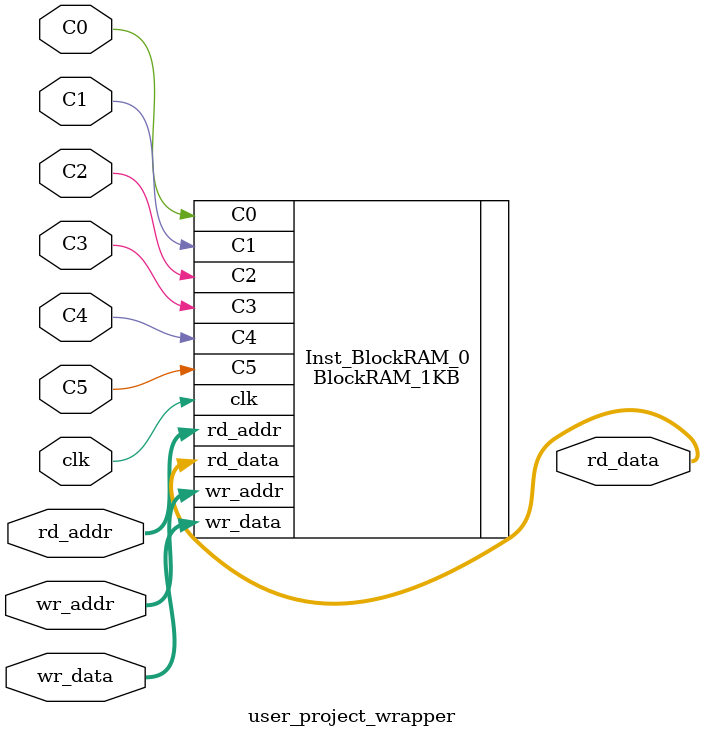
<source format=v>
`timescale 1ns/1ps

`default_nettype none
/*
 *-------------------------------------------------------------
 *
 * user_project_wrapper
 *
 * This wrapper enumerates all of the pins available to the
 * user for the user project.
 *
 * An example user project is provided in this wrapper.  The
 * example should be removed and replaced with the actual
 * user project.
 *
 *-------------------------------------------------------------
 */

module user_project_wrapper #(
    parameter BITS = 32
) (
`ifdef USE_POWER_PINS
    inout vccd1,	// User area 1 1.8V supply
 
    inout vssd1,	// User area 1 digital ground
  
`endif

  input clk,
    input [7:0] rd_addr,
    output [31:0] rd_data,
    
    input [7:0] wr_addr,
    input [31:0] wr_data,
    
    input C0,//naming of these doesnt really matter
    input C1,// C0,C1 select write port width
    input C2,// C2,C3 select read port width
    input C3,
    input C4,//C4 selects the alwaysWriteEnable
    input C5 //C5 selects register bypass
);

/*--------------------------------------*/
/* User project is instantiated  here   */
/*--------------------------------------*/

   BlockRAM_1KB Inst_BlockRAM_0 (
`ifdef USE_POWER_PINS
        .VPWR(vccd1),
        .VGND(vssd1),
`endif
        .clk(clk),
        .rd_addr(rd_addr),
        .rd_data(rd_data),
        .wr_addr(wr_addr),
        .wr_data(wr_data),
        .C0(C0),
        .C1(C1),
        .C2(C2),
        .C3(C3),
        .C4(C4),
        .C5(C5)
    );

endmodule	// user_project_wrapper

`default_nettype wire

</source>
